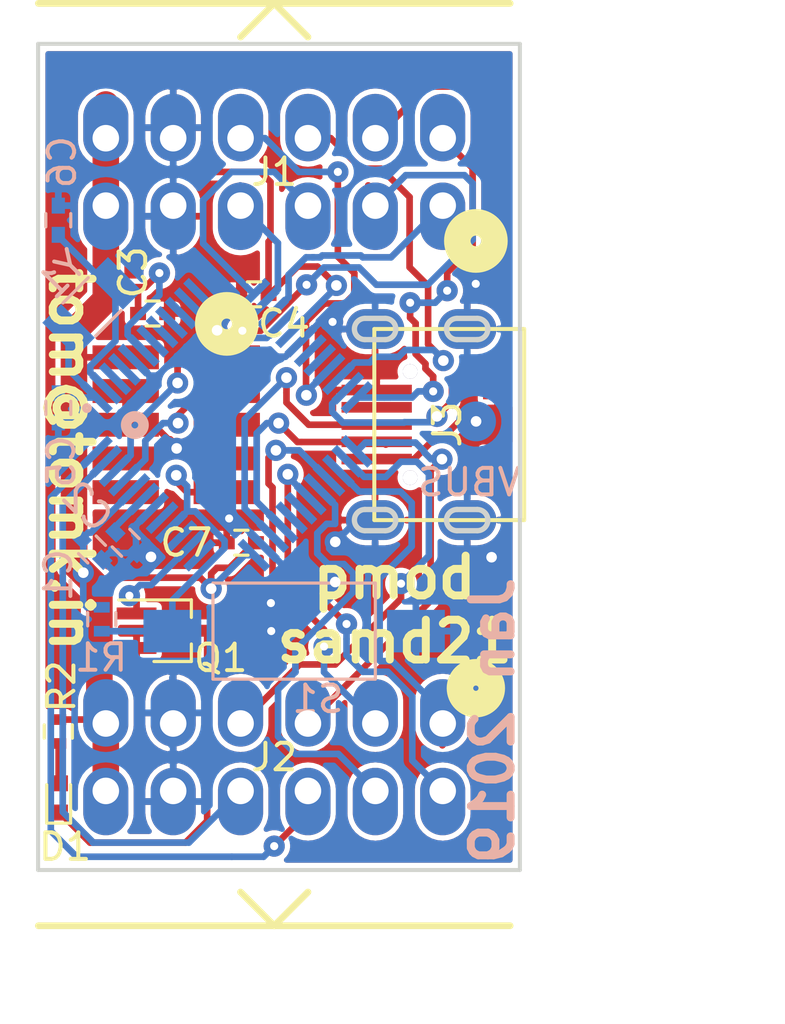
<source format=kicad_pcb>
(kicad_pcb (version 20171130) (host pcbnew 5.1.4)
  (layers (0 F.Cu signal) (31 B.Cu signal) (34 B.Paste user hide) (35 F.Paste user hide) (36 B.SilkS user) (37 F.SilkS user hide) (38 B.Mask user) (39 F.Mask user) (44 Edge.Cuts user))
  (net 0 "")
  (net 1 GND)
  (net 2 +3V3)
  (net 3 "Net-(C2-Pad1)")
  (net 4 "Net-(C5-Pad2)")
  (net 5 "Net-(C6-Pad1)")
  (net 6 /~RESET)
  (net 7 /SWCLK)
  (net 8 /SWDIO)
  (net 9 /BLUE_LED)
  (net 10 /USB_D+)
  (net 11 /USB_D-)
  (net 12 "Net-(D1-Pad1)")
  (net 13 "Net-(D1-Pad2)")
  (net 14 "Net-(J3-Pad1)")
  (net 15 /PA09+SER0_1+SCK)
  (net 16 /PA12+SER2_0+SDA)
  (net 17 /PA08+SER0_0+MISO)
  (net 18 /PA13+SER2_1+SCL)
  (net 19 /PA11+SER0_3+MOSI)
  (net 20 /PA14+SER2_2)
  (net 21 /PA10+SER0_2+SS)
  (net 22 /PA15+SER2_3)
  (net 23 /PB02+SER5_0+SDA)
  (net 24 /PA17+SER1_1+SCK)
  (net 25 /PB03+SER5_1+SCL)
  (net 26 /PA16+SER1_0+MISO)
  (net 27 /PA20+SER5_2)
  (net 28 /PA19+SER1_3+MOSI)
  (net 29 /PA21+SER5_3)
  (net 30 /PA18+SER1_2+SS)
  (net 31 "Net-(J3-Pad4)")
  (net 32 "Net-(J4-Pad9)")
  (net 33 "Net-(J4-Pad7)")
  (net 34 "Net-(J4-Pad8)")
  (net 35 "Net-(J4-Pad6)")
  (net 36 "Net-(U1-Pad3)")
  (net 37 "Net-(U1-Pad4)")
  (net 38 "Net-(U1-Pad7)")
  (net 39 "Net-(U1-Pad8)")
  (net 40 "Net-(U1-Pad9)")
  (net 41 "Net-(U1-Pad11)")
  (net 42 "Net-(U1-Pad12)")
  (net 43 "Net-(U1-Pad19)")
  (net 44 "Net-(U1-Pad20)")
  (net 45 "Net-(U1-Pad10)")
  (net 46 "Net-(U1-Pad31)")
  (net 47 "Net-(U1-Pad32)")
  (net 48 "Net-(U1-Pad37)")
  (net 49 "Net-(U1-Pad39)")
  (net 50 "Net-(U1-Pad41)")
  (module tom-connectors:PMOD_2X6_PTH_RA_SOCKET (layer F.Cu) (at 151.65 161.75)
    (fp_text reference J2 (at 0 0) (layer F.SilkS))
    (fp_text value PMOD-2x6-FEMALE hide)
    (pad 12 thru_hole oval (at -6.35 1.27 270) (size 2.54 1.7) (drill 1 (offset 0.4 0)) (layers *.Cu *.Mask) (net 2 +3V3))
    (pad 6 thru_hole oval (at -6.35 -1.27 270) (size 2.54 1.7) (drill 1 (offset -0.4 0)) (layers *.Cu *.Mask) (net 2 +3V3))
    (pad 11 thru_hole oval (at -3.81 1.27 270) (size 2.54 1.7) (drill 1 (offset 0.4 0)) (layers *.Cu *.Mask) (net 1 GND))
    (pad 5 thru_hole oval (at -3.81 -1.27 270) (size 2.54 1.7) (drill 1 (offset -0.4 0)) (layers *.Cu *.Mask) (net 1 GND))
    (pad 10 thru_hole oval (at -1.27 1.27 270) (size 2.54 1.7) (drill 1 (offset 0.4 0)) (layers *.Cu *.Mask) (net 23 /PB02+SER5_0+SDA))
    (pad 4 thru_hole oval (at -1.27 -1.27 270) (size 2.54 1.7) (drill 1 (offset -0.4 0)) (layers *.Cu *.Mask) (net 24 /PA17+SER1_1+SCK))
    (pad 9 thru_hole oval (at 1.27 1.27 270) (size 2.54 1.7) (drill 1 (offset 0.4 0)) (layers *.Cu *.Mask) (net 25 /PB03+SER5_1+SCL))
    (pad 3 thru_hole oval (at 1.27 -1.27 270) (size 2.54 1.7) (drill 1 (offset -0.4 0)) (layers *.Cu *.Mask) (net 26 /PA16+SER1_0+MISO))
    (pad 8 thru_hole oval (at 3.81 1.27 270) (size 2.54 1.7) (drill 1 (offset 0.4 0)) (layers *.Cu *.Mask) (net 27 /PA20+SER5_2))
    (pad 2 thru_hole oval (at 3.81 -1.27 270) (size 2.54 1.7) (drill 1 (offset -0.4 0)) (layers *.Cu *.Mask) (net 28 /PA19+SER1_3+MOSI))
    (pad 7 thru_hole oval (at 6.35 1.27 270) (size 2.54 1.7) (drill 1 (offset 0.4 0)) (layers *.Cu *.Mask) (net 29 /PA21+SER5_3))
    (pad 1 thru_hole oval (at 6.35 -1.27 270) (size 2.54 1.7) (drill 1 (offset -0.4 0)) (layers *.Cu *.Mask) (net 30 /PA18+SER1_2+SS))
  )
  (module tom-connectors:PMOD_2X6_PTH_RA_PLUG (layer F.Cu) (at 151.65 139.7 180)
    (fp_text reference J1 (at 0 0 180) (layer F.SilkS))
    (fp_text value PMOD-2x6-MALE hide)
    (pad 6 thru_hole oval (at 6.35 -1.27 90) (size 2.54 1.7) (drill 1 (offset -0.4 0)) (layers *.Cu *.Mask) (net 2 +3V3))
    (pad 12 thru_hole oval (at 6.35 1.27 90) (size 2.54 1.7) (drill 1 (offset 0.4 0)) (layers *.Cu *.Mask) (net 2 +3V3))
    (pad 5 thru_hole oval (at 3.81 -1.27 90) (size 2.54 1.7) (drill 1 (offset -0.4 0)) (layers *.Cu *.Mask) (net 1 GND))
    (pad 11 thru_hole oval (at 3.81 1.27 90) (size 2.54 1.7) (drill 1 (offset 0.4 0)) (layers *.Cu *.Mask) (net 1 GND))
    (pad 4 thru_hole oval (at 1.27 -1.27 90) (size 2.54 1.7) (drill 1 (offset -0.4 0)) (layers *.Cu *.Mask) (net 15 /PA09+SER0_1+SCK))
    (pad 10 thru_hole oval (at 1.27 1.27 90) (size 2.54 1.7) (drill 1 (offset 0.4 0)) (layers *.Cu *.Mask) (net 16 /PA12+SER2_0+SDA))
    (pad 3 thru_hole oval (at -1.27 -1.27 90) (size 2.54 1.7) (drill 1 (offset -0.4 0)) (layers *.Cu *.Mask) (net 17 /PA08+SER0_0+MISO))
    (pad 9 thru_hole oval (at -1.27 1.27 90) (size 2.54 1.7) (drill 1 (offset 0.4 0)) (layers *.Cu *.Mask) (net 18 /PA13+SER2_1+SCL))
    (pad 2 thru_hole oval (at -3.81 -1.27 90) (size 2.54 1.7) (drill 1 (offset -0.4 0)) (layers *.Cu *.Mask) (net 19 /PA11+SER0_3+MOSI))
    (pad 8 thru_hole oval (at -3.81 1.27 90) (size 2.54 1.7) (drill 1 (offset 0.4 0)) (layers *.Cu *.Mask) (net 20 /PA14+SER2_2))
    (pad 1 thru_hole oval (at -6.35 -1.27 90) (size 2.54 1.7) (drill 1 (offset -0.4 0)) (layers *.Cu *.Mask) (net 21 /PA10+SER0_2+SS))
    (pad 7 thru_hole oval (at -6.35 1.27 90) (size 2.54 1.7) (drill 1 (offset 0.4 0)) (layers *.Cu *.Mask) (net 22 /PA15+SER2_3))
  )
  (module tom-connectors:USB_MICRO_TAOBAO_SMD_PTH (layer F.Cu) (at 161.07156 149.21738 90)
    (fp_text reference J3 (at 0 -2.9 90) (layer F.SilkS))
    (fp_text value USB_B_Micro hide)
    (fp_line (start 4 -2.53) (end 4 -1.77) (layer Edge.Cuts) (width 0.2))
    (fp_arc (start 3.6 -6) (end 4 -6) (angle -180) (layer Edge.Cuts) (width 0.2))
    (fp_line (start 4 -6) (end 4 -5.24) (layer Edge.Cuts) (width 0.2))
    (fp_line (start 3.2 -6) (end 3.2 -5.24) (layer Edge.Cuts) (width 0.2))
    (fp_arc (start 3.6 -5.24) (end 4 -5.24) (angle 180) (layer Edge.Cuts) (width 0.2))
    (fp_arc (start 3.6 -2.53) (end 4 -2.53) (angle -180) (layer Edge.Cuts) (width 0.2))
    (fp_arc (start 3.6 -1.77) (end 4 -1.77) (angle 180) (layer Edge.Cuts) (width 0.2))
    (fp_line (start 3.2 -2.53) (end 3.2 -1.77) (layer Edge.Cuts) (width 0.2))
    (fp_arc (start -3.6 -2.53) (end -3.2 -2.53) (angle -180) (layer Edge.Cuts) (width 0.2))
    (fp_line (start -3.2 -2.53) (end -3.2 -1.77) (layer Edge.Cuts) (width 0.2))
    (fp_line (start -4 -2.53) (end -4 -1.77) (layer Edge.Cuts) (width 0.2))
    (fp_arc (start -3.6 -1.77) (end -3.2 -1.77) (angle 180) (layer Edge.Cuts) (width 0.2))
    (fp_line (start -4 -6) (end -4 -5.24) (layer Edge.Cuts) (width 0.2))
    (fp_line (start -3.2 -6) (end -3.2 -5.24) (layer Edge.Cuts) (width 0.2))
    (fp_arc (start -3.6 -5.24) (end -3.2 -5.24) (angle 180) (layer Edge.Cuts) (width 0.2))
    (fp_arc (start -3.6 -6) (end -3.2 -6) (angle -180) (layer Edge.Cuts) (width 0.2))
    (pad 6 smd rect (at -1.5 -1 90) (size 1.1 1.1) (layers F.Cu F.Paste F.Mask) (net 1 GND))
    (pad 6 smd rect (at 1.5 -1 90) (size 1.1 1.1) (layers F.Cu F.Paste F.Mask) (net 1 GND))
    (pad 3 smd rect (at 0 -5.56 90) (size 0.4 2.65) (layers F.Cu F.Paste F.Mask) (net 10 /USB_D+))
    (pad LOCATE thru_hole circle (at -2 -4.3 90) (size 0.55 0.55) (drill 0.55) (layers *.Cu *.Mask))
    (pad LOCATE thru_hole circle (at 2 -4.3 90) (size 0.55 0.55) (drill 0.55) (layers *.Cu *.Mask))
    (pad 2 smd rect (at -0.65 -5.56 90) (size 0.4 2.65) (layers F.Cu F.Paste F.Mask) (net 11 /USB_D-))
    (pad 1 smd rect (at -1.3 -5.56 90) (size 0.4 2.65) (layers F.Cu F.Paste F.Mask) (net 14 "Net-(J3-Pad1)"))
    (pad 4 smd rect (at 0.65 -5.56 90) (size 0.4 2.65) (layers F.Cu F.Paste F.Mask) (net 31 "Net-(J3-Pad4)"))
    (pad 5 smd rect (at 1.3 -5.56 90) (size 0.4 2.65) (layers F.Cu F.Paste F.Mask) (net 1 GND))
    (pad 6 smd oval (at -3.6 -2.15 90) (size 1.5 2.2) (layers F.Cu F.Mask) (net 1 GND))
    (pad 6 smd oval (at 3.6 -2.15 90) (size 1.5 2.2) (layers F.Cu F.Mask) (net 1 GND))
    (pad 6 smd oval (at 3.6 -5.62 90) (size 1.5 2.2) (layers F.Cu F.Mask) (net 1 GND))
    (pad 6 smd oval (at -3.6 -5.62 90) (size 1.5 2.2) (layers F.Cu F.Mask) (net 1 GND))
    (pad 6 smd oval (at -3.6 -5.62 90) (size 1.5 2.2) (layers B.Cu B.Mask) (net 1 GND))
    (pad 6 smd oval (at -3.6 -2.15 90) (size 1.5 2.2) (layers B.Cu B.Mask) (net 1 GND))
    (pad 6 smd oval (at 3.6 -5.62 90) (size 1.5 2.2) (layers B.Cu B.Mask) (net 1 GND))
    (pad 6 smd oval (at 3.6 -2.15 90) (size 1.5 2.2) (layers B.Cu B.Mask) (net 1 GND))
  )
  (module tom-connectors:CONN_1.27_2x5 (layer F.Cu) (at 147.955 149.225 270)
    (fp_text reference J4 hide)
    (fp_text value CORTEX_DEBUGPTH hide)
    (pad 9 smd rect (at 2.54 1.905 270) (size 0.9 2.5) (layers F.Cu F.Paste F.Mask) (net 32 "Net-(J4-Pad9)"))
    (pad 10 smd rect (at 2.54 -1.905 270) (size 0.9 2.5) (layers F.Cu F.Paste F.Mask) (net 6 /~RESET))
    (pad 7 smd rect (at 1.27 1.905 270) (size 0.9 2.5) (layers F.Cu F.Paste F.Mask) (net 33 "Net-(J4-Pad7)"))
    (pad 8 smd rect (at 1.27 -1.905 270) (size 0.9 2.5) (layers F.Cu F.Paste F.Mask) (net 34 "Net-(J4-Pad8)"))
    (pad 5 smd rect (at 0 1.905 270) (size 0.9 2.5) (layers F.Cu F.Paste F.Mask) (net 1 GND))
    (pad 6 smd rect (at 0 -1.905 270) (size 0.9 2.5) (layers F.Cu F.Paste F.Mask) (net 35 "Net-(J4-Pad6)"))
    (pad 3 smd rect (at -1.27 1.905 270) (size 0.9 2.5) (layers F.Cu F.Paste F.Mask) (net 1 GND))
    (pad 4 smd rect (at -1.27 -1.905 270) (size 0.9 2.5) (layers F.Cu F.Paste F.Mask) (net 7 /SWCLK))
    (pad 1 smd rect (at -2.54 1.905 270) (size 0.9 2.5) (layers F.Cu F.Paste F.Mask) (net 2 +3V3))
    (pad 2 smd rect (at -2.54 -1.905 270) (size 0.9 2.5) (layers F.Cu F.Paste F.Mask) (net 8 /SWDIO))
  )
  (module tom-semiconductors:QFP50P900X900X120-48N (layer B.Cu) (at 149.86 149.225 315)
    (fp_text reference U1 hide)
    (fp_text value ATSAMD21G-A hide)
    (pad 1 smd rect (at -4.2 2.75 135) (size 1.45 0.3) (layers B.Cu B.Paste B.Mask) (net 4 "Net-(C5-Pad2)"))
    (pad 2 smd rect (at -4.2 2.25 135) (size 1.45 0.3) (layers B.Cu B.Paste B.Mask) (net 5 "Net-(C6-Pad1)"))
    (pad 3 smd rect (at -4.2 1.749999 135) (size 1.45 0.3) (layers B.Cu B.Paste B.Mask) (net 36 "Net-(U1-Pad3)"))
    (pad 4 smd rect (at -4.2 1.25 135) (size 1.45 0.3) (layers B.Cu B.Paste B.Mask) (net 37 "Net-(U1-Pad4)"))
    (pad 5 smd rect (at -4.2 0.750001 135) (size 1.45 0.3) (layers B.Cu B.Paste B.Mask) (net 1 GND))
    (pad 6 smd rect (at -4.2 0.25 135) (size 1.45 0.3) (layers B.Cu B.Paste B.Mask) (net 2 +3V3))
    (pad 7 smd rect (at -4.2 -0.25 135) (size 1.45 0.3) (layers B.Cu B.Paste B.Mask) (net 38 "Net-(U1-Pad7)"))
    (pad 8 smd rect (at -4.2 -0.750001 135) (size 1.45 0.3) (layers B.Cu B.Paste B.Mask) (net 39 "Net-(U1-Pad8)"))
    (pad 9 smd rect (at -4.2 -1.25 135) (size 1.45 0.3) (layers B.Cu B.Paste B.Mask) (net 40 "Net-(U1-Pad9)"))
    (pad 11 smd rect (at -4.2 -2.25 135) (size 1.45 0.3) (layers B.Cu B.Paste B.Mask) (net 41 "Net-(U1-Pad11)"))
    (pad 12 smd rect (at -4.2 -2.75 135) (size 1.45 0.3) (layers B.Cu B.Paste B.Mask) (net 42 "Net-(U1-Pad12)"))
    (pad 13 smd rect (at -2.75 -4.2 45) (size 1.45 0.3) (layers B.Cu B.Paste B.Mask) (net 17 /PA08+SER0_0+MISO))
    (pad 14 smd rect (at -2.25 -4.2 45) (size 1.45 0.3) (layers B.Cu B.Paste B.Mask) (net 15 /PA09+SER0_1+SCK))
    (pad 15 smd rect (at -1.749999 -4.2 45) (size 1.45 0.3) (layers B.Cu B.Paste B.Mask) (net 21 /PA10+SER0_2+SS))
    (pad 16 smd rect (at -1.25 -4.2 45) (size 1.45 0.3) (layers B.Cu B.Paste B.Mask) (net 19 /PA11+SER0_3+MOSI))
    (pad 17 smd rect (at -0.750001 -4.2 225) (size 1.45 0.3) (layers B.Cu B.Paste B.Mask) (net 2 +3V3))
    (pad 18 smd rect (at -0.25 -4.2 45) (size 1.45 0.3) (layers B.Cu B.Paste B.Mask) (net 1 GND))
    (pad 19 smd rect (at 0.25 -4.2 225) (size 1.45 0.3) (layers B.Cu B.Paste B.Mask) (net 43 "Net-(U1-Pad19)"))
    (pad 20 smd rect (at 0.750001 -4.2 225) (size 1.45 0.3) (layers B.Cu B.Paste B.Mask) (net 44 "Net-(U1-Pad20)"))
    (pad 21 smd rect (at 1.25 -4.2 225) (size 1.45 0.3) (layers B.Cu B.Paste B.Mask) (net 16 /PA12+SER2_0+SDA))
    (pad 22 smd rect (at 1.749999 -4.2 225) (size 1.45 0.3) (layers B.Cu B.Paste B.Mask) (net 18 /PA13+SER2_1+SCL))
    (pad 23 smd rect (at 2.25 -4.2 225) (size 1.45 0.3) (layers B.Cu B.Paste B.Mask) (net 20 /PA14+SER2_2))
    (pad 24 smd rect (at 2.75 -4.2 225) (size 1.45 0.3) (layers B.Cu B.Paste B.Mask) (net 22 /PA15+SER2_3))
    (pad 10 smd rect (at -4.2 -1.749999 135) (size 1.45 0.3) (layers B.Cu B.Paste B.Mask) (net 45 "Net-(U1-Pad10)"))
    (pad 25 smd rect (at 4.17 -2.75 315) (size 1.45 0.3) (layers B.Cu B.Paste B.Mask) (net 26 /PA16+SER1_0+MISO))
    (pad 26 smd rect (at 4.2 -2.25 315) (size 1.45 0.3) (layers B.Cu B.Paste B.Mask) (net 24 /PA17+SER1_1+SCK))
    (pad 27 smd rect (at 4.2 -1.749999 315) (size 1.45 0.3) (layers B.Cu B.Paste B.Mask) (net 30 /PA18+SER1_2+SS))
    (pad 28 smd rect (at 4.2 -1.25 315) (size 1.45 0.3) (layers B.Cu B.Paste B.Mask) (net 28 /PA19+SER1_3+MOSI))
    (pad 29 smd rect (at 4.2 -0.750001 315) (size 1.45 0.3) (layers B.Cu B.Paste B.Mask) (net 27 /PA20+SER5_2))
    (pad 30 smd rect (at 4.2 -0.25 315) (size 1.45 0.3) (layers B.Cu B.Paste B.Mask) (net 29 /PA21+SER5_3))
    (pad 31 smd rect (at 4.2 0.25 315) (size 1.45 0.3) (layers B.Cu B.Paste B.Mask) (net 46 "Net-(U1-Pad31)"))
    (pad 32 smd rect (at 4.2 0.750001 315) (size 1.45 0.3) (layers B.Cu B.Paste B.Mask) (net 47 "Net-(U1-Pad32)"))
    (pad 33 smd rect (at 4.2 1.25 315) (size 1.45 0.3) (layers B.Cu B.Paste B.Mask) (net 11 /USB_D-))
    (pad 35 smd rect (at 4.2 2.25 315) (size 1.45 0.3) (layers B.Cu B.Paste B.Mask) (net 1 GND))
    (pad 36 smd rect (at 4.2 2.75 315) (size 1.45 0.3) (layers B.Cu B.Paste B.Mask) (net 2 +3V3))
    (pad 34 smd rect (at 4.2 1.749999 315) (size 1.45 0.3) (layers B.Cu B.Paste B.Mask) (net 10 /USB_D+))
    (pad 37 smd rect (at 2.75 4.2 225) (size 1.45 0.3) (layers B.Cu B.Paste B.Mask) (net 48 "Net-(U1-Pad37)"))
    (pad 38 smd rect (at 2.25 4.2 225) (size 1.45 0.3) (layers B.Cu B.Paste B.Mask) (net 9 /BLUE_LED))
    (pad 39 smd rect (at 1.749999 4.2 225) (size 1.45 0.3) (layers B.Cu B.Paste B.Mask) (net 49 "Net-(U1-Pad39)"))
    (pad 40 smd rect (at 1.25 4.2 225) (size 1.45 0.3) (layers B.Cu B.Paste B.Mask) (net 6 /~RESET))
    (pad 41 smd rect (at 0.750001 4.2 225) (size 1.45 0.3) (layers B.Cu B.Paste B.Mask) (net 50 "Net-(U1-Pad41)"))
    (pad 42 smd rect (at 0.25 4.2 225) (size 1.45 0.3) (layers B.Cu B.Paste B.Mask) (net 1 GND))
    (pad 43 smd rect (at -0.25 4.2 45) (size 1.45 0.3) (layers B.Cu B.Paste B.Mask) (net 3 "Net-(C2-Pad1)"))
    (pad 44 smd rect (at -0.750001 4.2 45) (size 1.45 0.3) (layers B.Cu B.Paste B.Mask) (net 2 +3V3))
    (pad 45 smd rect (at -1.25 4.2 45) (size 1.45 0.3) (layers B.Cu B.Paste B.Mask) (net 7 /SWCLK))
    (pad 46 smd rect (at -1.749999 4.2 45) (size 1.45 0.3) (layers B.Cu B.Paste B.Mask) (net 8 /SWDIO))
    (pad 47 smd rect (at -2.25 4.2 45) (size 1.45 0.3) (layers B.Cu B.Paste B.Mask) (net 23 /PB02+SER5_0+SDA))
    (pad 48 smd rect (at -2.75 4.2 45) (size 1.45 0.3) (layers B.Cu B.Paste B.Mask) (net 25 /PB03+SER5_1+SCL))
  )
  (module Crystals:Crystal_SMD_3215-2pin_3.2x1.5mm (layer B.Cu) (at 144.78 144.78 45)
    (fp_text reference Y1 (at 0.053882 -1.670328 225) (layer B.SilkS) (effects (justify mirror)))
    (fp_text value 32.768kHz hide)
    (pad 1 smd rect (at 1.249999 0 45) (size 1 1.8) (layers B.Cu B.Paste B.Mask) (net 5 "Net-(C6-Pad1)"))
    (pad 2 smd rect (at -1.249999 0 45) (size 1 1.8) (layers B.Cu B.Paste B.Mask) (net 4 "Net-(C5-Pad2)"))
  )
  (module Capacitors_SMD:C_0402 (layer B.Cu) (at 144.78 153.924 315)
    (fp_text reference C1 (at -0.215526 1.580525 90) (layer B.SilkS) (effects (justify mirror)))
    (fp_text value 0.1uF hide)
    (pad 1 smd rect (at -0.55 0 315) (size 0.6 0.5) (layers B.Cu B.Paste B.Mask) (net 2 +3V3))
    (pad 2 smd rect (at 0.55 0 315) (size 0.6 0.5) (layers B.Cu B.Paste B.Mask) (net 1 GND))
  )
  (module Capacitors_SMD:C_0402 (layer B.Cu) (at 146.05 153.67 315)
    (fp_text reference C2 (at -1.984637 0.062862 135) (layer B.SilkS) (effects (justify mirror)))
    (fp_text value 0.1uF hide)
    (pad 1 smd rect (at -0.55 0 315) (size 0.6 0.5) (layers B.Cu B.Paste B.Mask) (net 3 "Net-(C2-Pad1)"))
    (pad 2 smd rect (at 0.55 0 315) (size 0.6 0.5) (layers B.Cu B.Paste B.Mask) (net 1 GND))
  )
  (module Capacitors_SMD:C_0402 (layer F.Cu) (at 147.066 145.034)
    (fp_text reference C3 (at -0.7366 -1.5494 90) (layer F.SilkS))
    (fp_text value 0.1uF hide)
    (pad 1 smd rect (at -0.55 0) (size 0.6 0.5) (layers F.Cu F.Paste F.Mask) (net 2 +3V3))
    (pad 2 smd rect (at 0.55 0) (size 0.6 0.5) (layers F.Cu F.Paste F.Mask) (net 1 GND))
  )
  (module Capacitors_SMD:C_0402 (layer F.Cu) (at 150.885305 144.310608 180)
    (fp_text reference C4 (at -1.133695 -1.104392 180) (layer F.SilkS))
    (fp_text value 0.1uF hide)
    (pad 1 smd rect (at -0.55 0 180) (size 0.6 0.5) (layers F.Cu F.Paste F.Mask) (net 2 +3V3))
    (pad 2 smd rect (at 0.55 0 180) (size 0.6 0.5) (layers F.Cu F.Paste F.Mask) (net 1 GND))
  )
  (module Capacitors_SMD:C_0402 (layer B.Cu) (at 143.51 148.59 90)
    (fp_text reference C5 (at -2.0193 0.1143 270) (layer B.SilkS) (effects (justify mirror)))
    (fp_text value 6pF hide)
    (pad 1 smd rect (at -0.55 0 90) (size 0.6 0.5) (layers B.Cu B.Paste B.Mask) (net 1 GND))
    (pad 2 smd rect (at 0.55 0 90) (size 0.6 0.5) (layers B.Cu B.Paste B.Mask) (net 4 "Net-(C5-Pad2)"))
  )
  (module Capacitors_SMD:C_0402 (layer B.Cu) (at 143.51 141.52 90)
    (fp_text reference C6 (at 2.1883 0.1397 90) (layer B.SilkS) (effects (justify mirror)))
    (fp_text value 6pF hide)
    (pad 1 smd rect (at -0.55 0 90) (size 0.6 0.5) (layers B.Cu B.Paste B.Mask) (net 5 "Net-(C6-Pad1)"))
    (pad 2 smd rect (at 0.55 0 90) (size 0.6 0.5) (layers B.Cu B.Paste B.Mask) (net 1 GND))
  )
  (module Capacitors_SMD:C_0402 (layer F.Cu) (at 150.41 153.67 180)
    (fp_text reference C7 (at 2.074 0 180) (layer F.SilkS))
    (fp_text value 1uF hide)
    (pad 1 smd rect (at -0.55 0 180) (size 0.6 0.5) (layers F.Cu F.Paste F.Mask) (net 2 +3V3))
    (pad 2 smd rect (at 0.55 0 180) (size 0.6 0.5) (layers F.Cu F.Paste F.Mask) (net 1 GND))
  )
  (module TO_SOT_Packages_SMD:SOT-323_SC-70_Handsoldering (layer F.Cu) (at 147.7899 156.9847)
    (fp_text reference Q1 (at 1.8415 1.0287) (layer F.SilkS))
    (fp_text value 2N7002PW hide)
    (pad 1 smd rect (at -1.33 -0.65 270) (size 0.45 1.5) (layers F.Cu F.Paste F.Mask) (net 9 /BLUE_LED))
    (pad 2 smd rect (at -1.33 0.65 270) (size 0.45 1.5) (layers F.Cu F.Paste F.Mask) (net 1 GND))
    (pad 3 smd rect (at 1.33 0 270) (size 0.45 1.5) (layers F.Cu F.Paste F.Mask) (net 12 "Net-(D1-Pad1)"))
  )
  (module Resistors_SMD:R_0402 (layer B.Cu) (at 145.1483 156.5529 90)
    (fp_text reference R1 (at -1.4478 -0.0254 180) (layer B.SilkS) (effects (justify mirror)))
    (fp_text value 10K hide)
    (pad 1 smd rect (at -0.45 0 90) (size 0.4 0.6) (layers B.Cu B.Paste B.Mask) (net 6 /~RESET))
    (pad 2 smd rect (at 0.45 0 90) (size 0.4 0.6) (layers B.Cu B.Paste B.Mask) (net 2 +3V3))
  )
  (module Resistors_SMD:R_0402 (layer F.Cu) (at 143.51 160.782 90)
    (fp_text reference R2 (at 1.7018 0.1143 90) (layer F.SilkS))
    (fp_text value 330 hide)
    (pad 1 smd rect (at -0.45 0 90) (size 0.4 0.6) (layers F.Cu F.Paste F.Mask) (net 13 "Net-(D1-Pad2)"))
    (pad 2 smd rect (at 0.45 0 90) (size 0.4 0.6) (layers F.Cu F.Paste F.Mask) (net 2 +3V3))
  )
  (module LEDs:LED_0402 (layer F.Cu) (at 143.5227 163.2839 90)
    (fp_text reference D1 (at -1.8415 0.2413 180) (layer F.SilkS))
    (fp_text value LED hide)
    (pad 2 smd rect (at 0.55 0 270) (size 0.6 0.7) (layers F.Cu F.Paste F.Mask) (net 13 "Net-(D1-Pad2)"))
    (pad 1 smd rect (at -0.55 0 270) (size 0.6 0.7) (layers F.Cu F.Paste F.Mask) (net 12 "Net-(D1-Pad1)"))
  )
  (module tom-mechanical:SW_SPST_SMD_2PIN_3.5x6.0 (layer B.Cu) (at 152.4 157)
    (fp_text reference S1 (at 0.89662 2.55778) (layer B.SilkS) (effects (justify mirror)))
    (fp_text value SWITCH-MOMENTARY-2SMD hide)
    (pad 1 smd rect (at -4.59 0) (size 2.18 1.6) (layers B.Cu B.Paste B.Mask) (net 6 /~RESET))
    (pad 2 smd rect (at 4.59 0) (size 2.18 1.6) (layers B.Cu B.Paste B.Mask) (net 1 GND))
  )
  (module Measurement_Points:Measurement_Point_Round-SMD-Pad_Small (layer B.Cu) (at 159.258 149.098)
    (fp_text reference TP1 hide)
    (fp_text value VBUS (at -0.254 2.29616) (layer B.SilkS) (effects (justify mirror)))
    (pad 1 smd circle (at 0 0) (size 1.5 1.5) (layers B.Cu B.Mask) (net 14 "Net-(J3-Pad1)"))
  )
  (gr_line (start 142.748 134.874) (end 142.748 166) (layer Edge.Cuts) (width 0.15))
  (gr_text "Jan 2019" (at 159.8803 160.3756 90) (layer B.SilkS) (effects (font (size 1.5 1.5) (thickness 0.3)) (justify mirror)))
  (gr_text "pmod\nsamd21" (at 156.1846 156.1846) (layer F.SilkS) (effects (font (size 1.5 1.5) (thickness 0.3))))
  (gr_text tom@tomk.in (at 143.9799 150.5458 270) (layer F.SilkS) (effects (font (size 1.5 1.5) (thickness 0.3))))
  (gr_line (start 160.909 134.874) (end 142.748 134.874) (layer Edge.Cuts) (width 0.15))
  (gr_line (start 160.909 166) (end 160.909 134.874) (layer Edge.Cuts) (width 0.15))
  (gr_line (start 142.748 166) (end 160.909 166) (layer Edge.Cuts) (width 0.15))
  (via (at 159.8422 154.2161) (size 0.8) (drill 0.4) (layers F.Cu B.Cu) (net 1))
  (segment (start 149.86 152.908) (end 149.86 152.908) (width 0.25) (layer F.Cu) (net 1))
  (segment (start 149.86 152.908) (end 148.59 152.908) (width 0.25) (layer F.Cu) (net 1))
  (segment (start 148.59 152.908) (end 147.955 153.543) (width 0.25) (layer F.Cu) (net 1))
  (segment (start 145.422909 154.058909) (end 145.168909 154.312909) (width 0.25) (layer B.Cu) (net 1))
  (segment (start 146.438909 154.058909) (end 145.422909 154.058909) (width 0.25) (layer B.Cu) (net 1))
  (segment (start 146.438909 152.999644) (end 146.438909 154.058909) (width 0.25) (layer B.Cu) (net 1))
  (segment (start 147.066928 152.371625) (end 146.438909 152.999644) (width 0.25) (layer B.Cu) (net 1))
  (via (at 147.0025 154.2034) (size 0.8) (drill 0.4) (layers F.Cu B.Cu) (net 1))
  (segment (start 146.685 154.305) (end 146.438909 154.058909) (width 0.25) (layer B.Cu) (net 1))
  (segment (start 147.066 154.305) (end 146.685 154.305) (width 0.25) (layer B.Cu) (net 1))
  (segment (start 146.949996 147.375657) (end 146.949996 147.817004) (width 0.25) (layer B.Cu) (net 1))
  (segment (start 146.359821 146.785482) (end 146.949996 147.375657) (width 0.25) (layer B.Cu) (net 1))
  (segment (start 145.623577 149.143423) (end 144.995423 149.143423) (width 0.25) (layer B.Cu) (net 1))
  (segment (start 146.949996 147.817004) (end 145.623577 149.143423) (width 0.25) (layer B.Cu) (net 1))
  (via (at 147.97024 150.11654) (size 0.8) (drill 0.4) (layers F.Cu B.Cu) (net 1))
  (segment (start 149.86 152.908) (end 149.86 151.892) (width 0.25) (layer B.Cu) (net 1))
  (segment (start 149.86 151.892) (end 148.082 150.114) (width 0.25) (layer B.Cu) (net 1))
  (segment (start 146.949995 147.375656) (end 147.254587 147.375656) (width 0.25) (layer B.Cu) (net 1))
  (segment (start 146.359821 146.785482) (end 146.949995 147.375656) (width 0.25) (layer B.Cu) (net 1))
  (segment (start 147.254587 147.375656) (end 147.844761 146.785482) (width 0.25) (layer B.Cu) (net 1))
  (segment (start 147.844761 146.785482) (end 148.596284 146.785482) (width 0.25) (layer B.Cu) (net 1))
  (segment (start 148.596284 146.785482) (end 149.835117 148.024315) (width 0.25) (layer B.Cu) (net 1))
  (segment (start 149.835117 148.024315) (end 149.835117 148.59) (width 0.25) (layer B.Cu) (net 1))
  (segment (start 147.653659 149.776341) (end 147.726341 149.776341) (width 0.25) (layer F.Cu) (net 1))
  (segment (start 147.102318 149.225) (end 147.653659 149.776341) (width 0.25) (layer F.Cu) (net 1))
  (segment (start 146.05 149.225) (end 147.102318 149.225) (width 0.25) (layer F.Cu) (net 1))
  (segment (start 147.726341 149.776341) (end 148.075 150.125) (width 0.25) (layer F.Cu) (net 1))
  (segment (start 146.05 147.955) (end 146.05 149.225) (width 0.25) (layer F.Cu) (net 1))
  (via (at 153.9494 153.63698) (size 0.8) (drill 0.4) (layers F.Cu B.Cu) (net 1))
  (segment (start 147.81 161.25) (end 147.77 161.29) (width 0.25) (layer B.Cu) (net 1))
  (segment (start 147.81 158.75) (end 147.81 161.25) (width 0.25) (layer B.Cu) (net 1))
  (via (at 151.5237 155.9433) (size 0.8) (drill 0.3048) (layers F.Cu B.Cu) (net 1))
  (via (at 151.5364 156.9974) (size 0.8) (drill 0.3048) (layers F.Cu B.Cu) (net 1))
  (segment (start 149.86 152.908) (end 149.86 153.67) (width 0.25) (layer F.Cu) (net 1))
  (via (at 149.9489 152.7556) (size 0.75) (drill 0.3048) (layers F.Cu B.Cu) (net 1))
  (segment (start 158.92156 146.61738) (end 160.3883 148.08412) (width 0.25) (layer B.Cu) (net 1))
  (segment (start 158.92156 145.61738) (end 158.92156 146.61738) (width 0.25) (layer B.Cu) (net 1))
  (segment (start 158.92156 151.81738) (end 158.92156 152.81738) (width 0.25) (layer B.Cu) (net 1))
  (segment (start 160.3883 150.35064) (end 158.92156 151.81738) (width 0.25) (layer B.Cu) (net 1))
  (segment (start 160.3883 148.08412) (end 160.3883 150.35064) (width 0.25) (layer B.Cu) (net 1))
  (segment (start 155.45156 152.81738) (end 154.77662 152.81738) (width 0.25) (layer B.Cu) (net 1))
  (segment (start 154.77662 152.81738) (end 153.9494 153.6446) (width 0.25) (layer B.Cu) (net 1))
  (segment (start 154.10156 145.61738) (end 153.8605 145.37632) (width 0.25) (layer B.Cu) (net 1))
  (segment (start 155.45156 145.61738) (end 154.10156 145.61738) (width 0.25) (layer B.Cu) (net 1))
  (segment (start 153.8605 145.37632) (end 153.8605 145.0594) (width 0.25) (layer B.Cu) (net 1))
  (segment (start 154.10156 145.61738) (end 153.8732 145.38902) (width 0.25) (layer F.Cu) (net 1))
  (segment (start 155.45156 145.61738) (end 154.10156 145.61738) (width 0.25) (layer F.Cu) (net 1))
  (segment (start 153.8732 145.38902) (end 153.8732 145.0594) (width 0.25) (layer F.Cu) (net 1))
  (segment (start 154.10156 152.81738) (end 153.9621 152.95684) (width 0.25) (layer F.Cu) (net 1))
  (segment (start 155.45156 152.81738) (end 154.10156 152.81738) (width 0.25) (layer F.Cu) (net 1))
  (segment (start 153.9621 152.95684) (end 153.9621 153.6319) (width 0.25) (layer F.Cu) (net 1))
  (segment (start 158.92156 154.85756) (end 159.4993 155.4353) (width 0.25) (layer F.Cu) (net 1))
  (segment (start 158.92156 152.81738) (end 158.92156 154.85756) (width 0.25) (layer F.Cu) (net 1))
  (segment (start 159.4993 155.4353) (end 159.5247 155.4353) (width 0.25) (layer F.Cu) (net 1))
  (via (at 159.2453 143.9164) (size 0.8) (drill 0.3048) (layers F.Cu B.Cu) (net 1))
  (segment (start 158.92156 145.61738) (end 158.92156 144.22744) (width 0.25) (layer F.Cu) (net 1))
  (segment (start 158.92156 144.22744) (end 159.2326 143.9164) (width 0.25) (layer F.Cu) (net 1))
  (segment (start 149.924545 146.661737) (end 149.495712 146.232904) (width 0.25) (layer B.Cu) (net 1))
  (segment (start 149.495712 146.232904) (end 149.495712 145.667219) (width 0.25) (layer B.Cu) (net 1))
  (segment (start 152.06971 146.661737) (end 149.924545 146.661737) (width 0.25) (layer B.Cu) (net 1))
  (segment (start 152.653072 146.078375) (end 152.06971 146.661737) (width 0.25) (layer B.Cu) (net 1))
  (via (at 149.495712 145.667219) (size 0.8) (drill 0.4) (layers F.Cu B.Cu) (net 1))
  (via (at 153.948 155.15) (size 0.8) (drill 0.4) (layers F.Cu B.Cu) (net 1))
  (via (at 153.848 145.35) (size 0.8) (drill 0.3048) (layers F.Cu B.Cu) (net 1))
  (segment (start 144.736735 153.287604) (end 146.359821 151.664518) (width 0.25) (layer B.Cu) (net 2))
  (segment (start 144.638578 153.287604) (end 144.736735 153.287604) (width 0.25) (layer B.Cu) (net 2))
  (segment (start 144.391091 153.535091) (end 144.638578 153.287604) (width 0.25) (layer B.Cu) (net 2))
  (segment (start 149.271998 154.833491) (end 149.271998 155.399176) (width 0.25) (layer F.Cu) (net 2))
  (segment (start 150.96 153.67) (end 150.91 153.67) (width 0.25) (layer F.Cu) (net 2))
  (segment (start 150.531782 154.139392) (end 149.271998 155.399176) (width 0.25) (layer B.Cu) (net 2))
  (segment (start 150.885305 154.139392) (end 150.531782 154.139392) (width 0.25) (layer B.Cu) (net 2))
  (segment (start 149.49049 154.614999) (end 149.271998 154.833491) (width 0.25) (layer F.Cu) (net 2))
  (segment (start 149.965001 154.614999) (end 149.49049 154.614999) (width 0.25) (layer F.Cu) (net 2))
  (segment (start 150.91 153.67) (end 149.965001 154.614999) (width 0.25) (layer F.Cu) (net 2))
  (via (at 149.271998 155.399176) (size 0.8) (drill 0.4) (layers F.Cu B.Cu) (net 2))
  (segment (start 145.242 161.232) (end 145.3 161.29) (width 0.25) (layer F.Cu) (net 2))
  (segment (start 144.099999 145.710001) (end 144.099999 152.739999) (width 1) (layer F.Cu) (net 2))
  (segment (start 145.3 144.51) (end 144.099999 145.710001) (width 1) (layer F.Cu) (net 2))
  (segment (start 145.3 142.24) (end 145.3 144.51) (width 1) (layer F.Cu) (net 2))
  (segment (start 145.3 144.51) (end 145.288 144.498) (width 0.25) (layer F.Cu) (net 2))
  (via (at 144.452067 154.798151) (size 0.8) (drill 0.4) (layers F.Cu B.Cu) (net 2))
  (segment (start 144.272 154.686) (end 144.384151 154.798151) (width 0.25) (layer F.Cu) (net 2))
  (segment (start 144.384151 154.798151) (end 144.452067 154.798151) (width 0.25) (layer F.Cu) (net 2))
  (segment (start 144.452067 153.596067) (end 144.391091 153.535091) (width 0.25) (layer B.Cu) (net 2))
  (segment (start 144.452067 154.798151) (end 144.452067 153.596067) (width 0.25) (layer B.Cu) (net 2))
  (segment (start 146.516 145.034) (end 146.516 144.19632) (width 0.25) (layer F.Cu) (net 2))
  (segment (start 145.288 144.018) (end 145.311155 144.041155) (width 0.25) (layer F.Cu) (net 2))
  (segment (start 146.1232 145.537163) (end 146.671165 144.989198) (width 0.25) (layer B.Cu) (net 2))
  (segment (start 146.1232 145.841753) (end 146.1232 145.537163) (width 0.25) (layer B.Cu) (net 2))
  (segment (start 146.713375 146.431928) (end 146.1232 145.841753) (width 0.25) (layer B.Cu) (net 2))
  (segment (start 146.516 144.19632) (end 146.671165 144.041155) (width 0.25) (layer F.Cu) (net 2))
  (segment (start 145.311155 144.041155) (end 146.10548 144.041155) (width 0.25) (layer F.Cu) (net 2))
  (segment (start 146.10548 144.041155) (end 146.671165 144.041155) (width 0.25) (layer F.Cu) (net 2))
  (segment (start 145.3 139.2929) (end 145.3 137.16) (width 0.25) (layer F.Cu) (net 2))
  (segment (start 145.415 139.4079) (end 145.3 139.2929) (width 0.25) (layer F.Cu) (net 2))
  (segment (start 144.55 146.685) (end 144.1 146.235) (width 0.25) (layer F.Cu) (net 2))
  (segment (start 146.05 146.685) (end 144.55 146.685) (width 0.25) (layer F.Cu) (net 2))
  (segment (start 144.1 146.235) (end 144.1 145.725) (width 0.25) (layer F.Cu) (net 2))
  (segment (start 151.50741 142.256988) (end 151.50741 140.07741) (width 0.25) (layer F.Cu) (net 2))
  (segment (start 151.435305 144.310608) (end 151.435305 142.329093) (width 0.25) (layer F.Cu) (net 2))
  (segment (start 151.435305 142.329093) (end 151.50741 142.256988) (width 0.25) (layer F.Cu) (net 2))
  (segment (start 151.13 139.7) (end 145.3 139.7) (width 0.25) (layer F.Cu) (net 2))
  (segment (start 151.50741 140.07741) (end 151.13 139.7) (width 0.25) (layer F.Cu) (net 2))
  (segment (start 145.3 137.16) (end 145.3 139.7) (width 1) (layer F.Cu) (net 2))
  (segment (start 145.3 139.7) (end 145.3 142.24) (width 1) (layer F.Cu) (net 2))
  (via (at 147.32 143.51) (size 0.8) (drill 0.3048) (layers F.Cu B.Cu) (net 2))
  (segment (start 146.671165 144.989198) (end 147.32 144.340363) (width 0.25) (layer B.Cu) (net 2))
  (segment (start 147.32 144.340363) (end 147.32 143.51) (width 0.25) (layer B.Cu) (net 2))
  (segment (start 146.788845 144.041155) (end 146.671165 144.041155) (width 0.25) (layer F.Cu) (net 2))
  (segment (start 147.32 143.51) (end 146.788845 144.041155) (width 0.25) (layer F.Cu) (net 2))
  (segment (start 145.3 163.02) (end 145.3 160.48) (width 1) (layer F.Cu) (net 2))
  (segment (start 145.057499 160.237499) (end 145.057499 155.407999) (width 1) (layer F.Cu) (net 2))
  (segment (start 145.3 160.48) (end 145.057499 160.237499) (width 1) (layer F.Cu) (net 2))
  (segment (start 145.057499 155.407999) (end 144.4498 154.8003) (width 1) (layer F.Cu) (net 2))
  (segment (start 144.4498 154.8003) (end 144.1069 154.4574) (width 1) (layer F.Cu) (net 2))
  (segment (start 144.1069 154.4574) (end 144.1069 152.7429) (width 1) (layer F.Cu) (net 2))
  (segment (start 144.5983 156.1029) (end 144.4498 155.9544) (width 0.25) (layer B.Cu) (net 2))
  (segment (start 145.1483 156.1029) (end 144.5983 156.1029) (width 0.25) (layer B.Cu) (net 2))
  (segment (start 144.4498 155.9544) (end 144.4498 154.8003) (width 0.25) (layer B.Cu) (net 2))
  (segment (start 149.271998 155.399176) (end 148.85932 154.986498) (width 0.25) (layer F.Cu) (net 2))
  (segment (start 145.482802 154.986498) (end 145.0594 155.4099) (width 0.25) (layer F.Cu) (net 2))
  (segment (start 148.85932 154.986498) (end 145.482802 154.986498) (width 0.25) (layer F.Cu) (net 2))
  (segment (start 145.152 160.332) (end 145.3 160.48) (width 0.25) (layer F.Cu) (net 2))
  (segment (start 143.51 160.332) (end 145.152 160.332) (width 0.25) (layer F.Cu) (net 2))
  (segment (start 153.280408 143.266005) (end 153.591814 143.577411) (width 0.25) (layer F.Cu) (net 2))
  (segment (start 151.485305 144.310608) (end 152.529908 143.266005) (width 0.25) (layer F.Cu) (net 2))
  (segment (start 152.529908 143.266005) (end 153.280408 143.266005) (width 0.25) (layer F.Cu) (net 2))
  (segment (start 152.299518 145.724821) (end 153.991813 144.032526) (width 0.25) (layer B.Cu) (net 2))
  (segment (start 151.435305 144.310608) (end 151.485305 144.310608) (width 0.25) (layer F.Cu) (net 2))
  (segment (start 153.991813 144.032526) (end 153.991813 143.97741) (width 0.25) (layer B.Cu) (net 2))
  (segment (start 153.591814 143.577411) (end 153.991813 143.97741) (width 0.25) (layer F.Cu) (net 2))
  (via (at 153.991813 143.97741) (size 0.8) (drill 0.4) (layers F.Cu B.Cu) (net 2))
  (segment (start 145.661091 153.070356) (end 145.661091 153.281091) (width 0.25) (layer B.Cu) (net 3))
  (segment (start 146.713375 152.018072) (end 145.661091 153.070356) (width 0.25) (layer B.Cu) (net 3))
  (segment (start 143.669695 148.199695) (end 143.51 148.04) (width 0.25) (layer B.Cu) (net 4))
  (segment (start 144.945608 148.199695) (end 143.669695 148.199695) (width 0.25) (layer B.Cu) (net 4))
  (segment (start 143.896117 147.150204) (end 144.945608 148.199695) (width 0.25) (layer B.Cu) (net 4))
  (segment (start 143.896117 145.663883) (end 143.896117 147.150204) (width 0.25) (layer B.Cu) (net 4))
  (segment (start 145.663883 144.703223) (end 145.663883 143.896117) (width 0.25) (layer B.Cu) (net 5))
  (segment (start 145.663883 146.063796) (end 145.663883 144.703223) (width 0.25) (layer B.Cu) (net 5))
  (segment (start 144.715799 147.01188) (end 145.663883 146.063796) (width 0.25) (layer B.Cu) (net 5))
  (segment (start 144.715799 147.26278) (end 144.715799 147.01188) (width 0.25) (layer B.Cu) (net 5))
  (segment (start 145.299161 147.846142) (end 144.715799 147.26278) (width 0.25) (layer B.Cu) (net 5))
  (segment (start 145.286117 143.896117) (end 145.663883 143.896117) (width 0.25) (layer B.Cu) (net 5))
  (segment (start 143.51 142.12) (end 145.286117 143.896117) (width 0.25) (layer B.Cu) (net 5))
  (segment (start 143.51 142.07) (end 143.51 142.12) (width 0.25) (layer B.Cu) (net 5))
  (segment (start 158 137.16) (end 158 138.5704) (width 0.25) (layer F.Cu) (net 22))
  (segment (start 157.988 138.5824) (end 158.2674 138.8618) (width 0.25) (layer B.Cu) (net 22))
  (via (at 152.860601 148.113057) (size 0.8) (drill 0.4) (layers F.Cu B.Cu) (net 16))
  (segment (start 153.713732 147.139035) (end 152.860601 147.992166) (width 0.25) (layer B.Cu) (net 16))
  (segment (start 152.860601 147.992166) (end 152.860601 148.113057) (width 0.25) (layer B.Cu) (net 16))
  (segment (start 158 138.936554) (end 158 138.43) (width 0.25) (layer B.Cu) (net 22))
  (segment (start 158 142.24) (end 158 140.629076) (width 0.25) (layer F.Cu) (net 21))
  (segment (start 150.885305 144.310608) (end 148.96741 142.392713) (width 0.25) (layer B.Cu) (net 17))
  (segment (start 154.680568 146.879305) (end 155.252303 146.879305) (width 0.25) (layer B.Cu) (net 18))
  (segment (start 154.067285 147.492588) (end 154.680568 146.879305) (width 0.25) (layer B.Cu) (net 18))
  (segment (start 157.916599 146.985001) (end 157.988 146.9136) (width 0.25) (layer B.Cu) (net 18))
  (segment (start 158.03 146.775293) (end 158.03 146.79) (width 0.25) (layer F.Cu) (net 18))
  (segment (start 155.466629 146.664979) (end 156.334161 146.664979) (width 0.25) (layer B.Cu) (net 18))
  (segment (start 155.252303 146.879305) (end 155.466629 146.664979) (width 0.25) (layer B.Cu) (net 18))
  (segment (start 156.334161 146.664979) (end 156.591 146.40814) (width 0.25) (layer B.Cu) (net 18))
  (segment (start 156.591 146.40814) (end 157.66034 146.40814) (width 0.25) (layer B.Cu) (net 18))
  (segment (start 157.66034 146.40814) (end 158.02864 146.77644) (width 0.25) (layer B.Cu) (net 18))
  (via (at 158.02356 146.80946) (size 0.8) (drill 0.4) (layers F.Cu B.Cu) (net 18))
  (segment (start 155.46 137.16) (end 155.46 137.922) (width 0.25) (layer F.Cu) (net 20))
  (segment (start 155.46 140.476009) (end 155.191991 140.208) (width 0.25) (layer F.Cu) (net 19))
  (segment (start 153.830664 148.436317) (end 153.830664 148.740907) (width 0.25) (layer B.Cu) (net 20))
  (segment (start 154.420839 147.846142) (end 153.830664 148.436317) (width 0.25) (layer B.Cu) (net 20))
  (segment (start 154.23318 149.143423) (end 156.545337 149.143423) (width 0.25) (layer B.Cu) (net 20))
  (segment (start 153.830664 148.740907) (end 154.23318 149.143423) (width 0.25) (layer B.Cu) (net 20))
  (segment (start 157.77464 149.12848) (end 157.77464 149.12848) (width 0.25) (layer F.Cu) (net 20))
  (segment (start 156.545337 149.143423) (end 156.56028 149.12848) (width 0.25) (layer B.Cu) (net 20))
  (segment (start 156.56028 149.12848) (end 157.77718 149.12848) (width 0.25) (layer B.Cu) (net 20))
  (via (at 157.782442 148.909403) (size 0.8) (drill 0.4) (layers F.Cu B.Cu) (net 20))
  (segment (start 157.77464 148.917205) (end 157.782442 148.909403) (width 0.25) (layer F.Cu) (net 20))
  (segment (start 157.77972 149.13356) (end 157.77464 149.12848) (width 0.25) (layer F.Cu) (net 20))
  (segment (start 157.77464 149.12848) (end 157.77464 148.917205) (width 0.25) (layer F.Cu) (net 20))
  (segment (start 154.774392 148.199695) (end 155.797563 148.199695) (width 0.25) (layer B.Cu) (net 22))
  (segment (start 155.797563 148.199695) (end 156.028805 148.199695) (width 0.25) (layer B.Cu) (net 22))
  (via (at 157.64002 147.9677) (size 0.8) (drill 0.3048) (layers F.Cu B.Cu) (net 22))
  (segment (start 157.074335 147.9677) (end 156.843195 148.19884) (width 0.25) (layer B.Cu) (net 22))
  (segment (start 157.64002 147.9677) (end 157.074335 147.9677) (width 0.25) (layer B.Cu) (net 22))
  (segment (start 156.843195 148.19884) (end 156.02712 148.19884) (width 0.25) (layer B.Cu) (net 22))
  (segment (start 150.429092 138.43) (end 150.38 138.43) (width 0.25) (layer F.Cu) (net 16))
  (segment (start 150.368 142.228) (end 150.38 142.24) (width 0.25) (layer F.Cu) (net 15))
  (segment (start 150.368 140.208) (end 150.368 142.228) (width 0.25) (layer F.Cu) (net 15))
  (segment (start 149.941577 140.634423) (end 149.968001 140.607999) (width 0.25) (layer B.Cu) (net 15))
  (segment (start 149.968001 140.607999) (end 150.368 140.208) (width 0.25) (layer B.Cu) (net 15))
  (segment (start 149.707591 141.642409) (end 150.38 140.97) (width 0.25) (layer F.Cu) (net 15))
  (via (at 152.160021 151.0919) (size 0.8) (drill 0.4) (layers F.Cu B.Cu) (net 29))
  (segment (start 153.006625 152.018072) (end 152.160021 151.171468) (width 0.25) (layer B.Cu) (net 29))
  (via (at 151.71277 150.188987) (size 0.8) (drill 0.4) (layers F.Cu B.Cu) (net 28))
  (segment (start 152.591754 150.188987) (end 152.278455 150.188987) (width 0.25) (layer B.Cu) (net 28))
  (segment (start 153.713732 151.310965) (end 152.591754 150.188987) (width 0.25) (layer B.Cu) (net 28))
  (segment (start 152.278455 150.188987) (end 151.71277 150.188987) (width 0.25) (layer B.Cu) (net 28))
  (segment (start 155.46 163.143) (end 155.448 163.155) (width 0.25) (layer F.Cu) (net 27))
  (segment (start 143.227161 151.968752) (end 144.362246 150.833667) (width 0.25) (layer B.Cu) (net 25))
  (segment (start 144.362246 150.833667) (end 144.945608 150.250305) (width 0.25) (layer B.Cu) (net 25))
  (segment (start 143.227161 161.261161) (end 143.227161 151.968752) (width 0.25) (layer B.Cu) (net 25))
  (segment (start 143.227161 161.261161) (end 143.227161 164.525061) (width 0.25) (layer B.Cu) (net 25))
  (segment (start 155.46 163.6769) (end 155.46 163.02) (width 0.25) (layer F.Cu) (net 27))
  (segment (start 154.456177 150.603858) (end 154.420839 150.603858) (width 0.25) (layer B.Cu) (net 24))
  (segment (start 155.039539 151.18722) (end 154.456177 150.603858) (width 0.25) (layer B.Cu) (net 24))
  (segment (start 157.48 151.07553) (end 157.021849 150.617379) (width 0.25) (layer B.Cu) (net 24))
  (segment (start 157.021849 150.617379) (end 156.423239 150.617379) (width 0.25) (layer B.Cu) (net 24))
  (segment (start 156.423239 150.617379) (end 155.853398 151.18722) (width 0.25) (layer B.Cu) (net 24))
  (segment (start 155.853398 151.18722) (end 155.039539 151.18722) (width 0.25) (layer B.Cu) (net 24))
  (segment (start 157.588001 162.755001) (end 157.988 163.155) (width 0.25) (layer B.Cu) (net 29))
  (segment (start 143.677172 163.81157) (end 144.833012 164.96741) (width 0.25) (layer B.Cu) (net 23))
  (segment (start 143.677172 152.225847) (end 143.677172 163.81157) (width 0.25) (layer B.Cu) (net 23))
  (segment (start 145.299161 150.603858) (end 143.677172 152.225847) (width 0.25) (layer B.Cu) (net 23))
  (segment (start 157.988 161.302) (end 158 161.29) (width 0.25) (layer F.Cu) (net 30))
  (segment (start 156.975033 149.897671) (end 157.306454 150.229092) (width 0.25) (layer B.Cu) (net 26))
  (segment (start 154.753179 150.229092) (end 155.0846 149.897671) (width 0.25) (layer B.Cu) (net 26))
  (segment (start 155.0846 149.897671) (end 156.975033 149.897671) (width 0.25) (layer B.Cu) (net 26))
  (via (at 157.970838 150.521326) (size 0.8) (drill 0.4) (layers F.Cu B.Cu) (net 26))
  (segment (start 157.943994 150.521326) (end 157.970838 150.521326) (width 0.25) (layer F.Cu) (net 26))
  (segment (start 157.970838 150.521326) (end 157.562206 150.521326) (width 0.25) (layer B.Cu) (net 26))
  (segment (start 157.562206 150.521326) (end 157.30474 150.26386) (width 0.25) (layer B.Cu) (net 26))
  (segment (start 157.30474 150.26386) (end 157.30474 150.2283) (width 0.25) (layer B.Cu) (net 26))
  (via (at 147.955 151.13) (size 0.8) (drill 0.4) (layers F.Cu B.Cu) (net 6))
  (segment (start 148.36421 151.53921) (end 147.955 151.13) (width 0.25) (layer B.Cu) (net 6))
  (segment (start 147.774035 153.078732) (end 148.36421 152.488557) (width 0.25) (layer B.Cu) (net 6))
  (segment (start 148.36421 152.488557) (end 148.36421 151.53921) (width 0.25) (layer B.Cu) (net 6))
  (segment (start 149.778423 153.867432) (end 147.81 155.835855) (width 0.25) (layer B.Cu) (net 6))
  (segment (start 148.6688 152.488557) (end 149.778423 153.59818) (width 0.25) (layer B.Cu) (net 6))
  (segment (start 149.778423 153.59818) (end 149.778423 153.867432) (width 0.25) (layer B.Cu) (net 6))
  (segment (start 148.36421 152.488557) (end 148.6688 152.488557) (width 0.25) (layer B.Cu) (net 6))
  (segment (start 148.36 151.765) (end 147.95 151.355) (width 0.25) (layer F.Cu) (net 6))
  (segment (start 149.86 151.765) (end 148.36 151.765) (width 0.25) (layer F.Cu) (net 6))
  (segment (start 147.95 151.355) (end 147.95 151.125) (width 0.25) (layer F.Cu) (net 6))
  (segment (start 147.81 155.835855) (end 147.81 157) (width 0.25) (layer B.Cu) (net 6))
  (segment (start 147.8071 157.0029) (end 147.81 157) (width 0.25) (layer B.Cu) (net 6))
  (segment (start 145.1483 157.0029) (end 147.8071 157.0029) (width 0.25) (layer B.Cu) (net 6))
  (via (at 148.021847 149.163007) (size 0.8) (drill 0.4) (layers F.Cu B.Cu) (net 7))
  (segment (start 146.789355 150.527878) (end 146.789355 149.829814) (width 0.25) (layer B.Cu) (net 7))
  (segment (start 148.930678 147.955) (end 147.95 148.935678) (width 0.25) (layer F.Cu) (net 7))
  (segment (start 147.95 148.935678) (end 147.95 149.1) (width 0.25) (layer F.Cu) (net 7))
  (segment (start 147.456162 149.163007) (end 148.021847 149.163007) (width 0.25) (layer B.Cu) (net 7))
  (segment (start 146.006268 151.310965) (end 146.789355 150.527878) (width 0.25) (layer B.Cu) (net 7))
  (segment (start 146.789355 149.829814) (end 147.456162 149.163007) (width 0.25) (layer B.Cu) (net 7))
  (segment (start 149.86 147.955) (end 148.930678 147.955) (width 0.25) (layer F.Cu) (net 7))
  (segment (start 148.00566 147.03934) (end 148.00566 147.084289) (width 0.25) (layer F.Cu) (net 8))
  (segment (start 148.00566 147.084289) (end 148.00566 147.649974) (width 0.25) (layer F.Cu) (net 8))
  (segment (start 149.86 146.685) (end 148.36 146.685) (width 0.25) (layer F.Cu) (net 8))
  (segment (start 145.652715 150.957412) (end 146.236077 150.37405) (width 0.25) (layer B.Cu) (net 8))
  (segment (start 146.236077 150.37405) (end 146.236077 149.419557) (width 0.25) (layer B.Cu) (net 8))
  (segment (start 147.605661 148.049973) (end 148.00566 147.649974) (width 0.25) (layer B.Cu) (net 8))
  (segment (start 146.236077 149.419557) (end 147.605661 148.049973) (width 0.25) (layer B.Cu) (net 8))
  (segment (start 148.36 146.685) (end 148.00566 147.03934) (width 0.25) (layer F.Cu) (net 8))
  (via (at 148.00566 147.649974) (size 0.8) (drill 0.4) (layers F.Cu B.Cu) (net 8))
  (segment (start 148.481142 153.785839) (end 147.240153 155.026828) (width 0.25) (layer B.Cu) (net 9))
  (via (at 146.1897 155.6639) (size 0.8) (drill 0.3048) (layers F.Cu B.Cu) (net 9))
  (segment (start 146.4599 156.3347) (end 146.4599 155.9341) (width 0.25) (layer F.Cu) (net 9))
  (segment (start 146.4599 155.9341) (end 146.1897 155.6639) (width 0.25) (layer F.Cu) (net 9))
  (segment (start 146.589699 155.263901) (end 147.008799 155.263901) (width 0.25) (layer B.Cu) (net 9))
  (segment (start 146.1897 155.6639) (end 146.589699 155.263901) (width 0.25) (layer B.Cu) (net 9))
  (segment (start 147.008799 155.263901) (end 147.2438 155.0289) (width 0.25) (layer B.Cu) (net 9))
  (segment (start 151.710122 147.851844) (end 152.110121 147.451845) (width 0.25) (layer B.Cu) (net 10))
  (segment (start 150.534999 152.374872) (end 150.534999 149.026967) (width 0.25) (layer B.Cu) (net 10))
  (segment (start 151.923182 147.393559) (end 152.051835 147.393559) (width 0.25) (layer F.Cu) (net 10))
  (via (at 152.110121 147.451845) (size 0.8) (drill 0.4) (layers F.Cu B.Cu) (net 10))
  (segment (start 151.592412 153.432285) (end 150.534999 152.374872) (width 0.25) (layer B.Cu) (net 10))
  (segment (start 155.34 149.225) (end 152.947224 149.225) (width 0.25) (layer F.Cu) (net 10))
  (segment (start 152.947224 149.225) (end 152.110121 148.387897) (width 0.25) (layer F.Cu) (net 10))
  (segment (start 152.110121 148.01753) (end 152.110121 147.451845) (width 0.25) (layer F.Cu) (net 10))
  (segment (start 152.051835 147.393559) (end 152.110121 147.451845) (width 0.25) (layer F.Cu) (net 10))
  (segment (start 150.534999 149.026967) (end 151.710122 147.851844) (width 0.25) (layer B.Cu) (net 10))
  (segment (start 152.110121 148.387897) (end 152.110121 148.01753) (width 0.25) (layer F.Cu) (net 10))
  (segment (start 155.930001 149.899999) (end 155.855 149.975) (width 0.25) (layer F.Cu) (net 11))
  (segment (start 155.34 149.875) (end 152.688599 149.875) (width 0.25) (layer F.Cu) (net 11))
  (segment (start 151.945965 153.078732) (end 150.985006 152.117773) (width 0.25) (layer B.Cu) (net 11))
  (via (at 151.81326 149.16404) (size 0.8) (drill 0.4) (layers F.Cu B.Cu) (net 11))
  (segment (start 152.688599 149.875) (end 152.52422 149.875) (width 0.25) (layer F.Cu) (net 11))
  (segment (start 152.52422 149.875) (end 151.81326 149.16404) (width 0.25) (layer F.Cu) (net 11))
  (segment (start 151.36876 149.16404) (end 150.98776 149.54504) (width 0.25) (layer B.Cu) (net 11))
  (segment (start 151.81326 149.16404) (end 151.36876 149.16404) (width 0.25) (layer B.Cu) (net 11))
  (segment (start 150.98776 149.54504) (end 150.98776 152.11552) (width 0.25) (layer B.Cu) (net 11))
  (segment (start 150.98776 152.11552) (end 150.98522 152.11806) (width 0.25) (layer B.Cu) (net 11))
  (segment (start 143.5727 163.8339) (end 143.5227 163.8339) (width 0.25) (layer F.Cu) (net 12))
  (segment (start 148.306988 164.96741) (end 144.70621 164.96741) (width 0.25) (layer F.Cu) (net 12))
  (segment (start 144.70621 164.96741) (end 143.5727 163.8339) (width 0.25) (layer F.Cu) (net 12))
  (segment (start 149.1199 164.154498) (end 148.306988 164.96741) (width 0.25) (layer F.Cu) (net 12))
  (segment (start 149.1199 156.9847) (end 149.1199 164.154498) (width 0.25) (layer F.Cu) (net 12))
  (segment (start 143.5227 161.2447) (end 143.51 161.232) (width 0.25) (layer F.Cu) (net 13))
  (segment (start 143.5227 162.7339) (end 143.5227 161.2447) (width 0.25) (layer F.Cu) (net 13))
  (segment (start 157.847882 149.592118) (end 158.124614 149.592118) (width 0.25) (layer F.Cu) (net 14))
  (segment (start 156.915 150.525) (end 157.847882 149.592118) (width 0.25) (layer F.Cu) (net 14))
  (segment (start 158.124614 149.592118) (end 158.618732 149.098) (width 0.25) (layer F.Cu) (net 14))
  (segment (start 155.34 150.525) (end 156.915 150.525) (width 0.25) (layer F.Cu) (net 14))
  (segment (start 158.618732 149.098) (end 159.258 149.098) (width 0.25) (layer F.Cu) (net 14))
  (segment (start 159.258 149.098) (end 159.258 149.098) (width 0.25) (layer F.Cu) (net 14))
  (via (at 159.258 149.098) (size 0.8) (drill 0.4) (layers F.Cu B.Cu) (net 14))
  (segment (start 151.788152 144.114867) (end 151.788152 142.378152) (width 0.25) (layer B.Cu) (net 15))
  (segment (start 151.238858 144.664161) (end 151.788152 144.114867) (width 0.25) (layer B.Cu) (net 15))
  (segment (start 151.788152 142.378152) (end 150.38 140.97) (width 0.25) (layer B.Cu) (net 15))
  (via (at 154.048 139.7) (size 0.8) (drill 0.3048) (layers F.Cu B.Cu) (net 16))
  (segment (start 151.305602 138.43) (end 150.38 138.43) (width 0.25) (layer B.Cu) (net 16))
  (segment (start 152.575602 139.7) (end 151.305602 138.43) (width 0.25) (layer B.Cu) (net 16))
  (segment (start 154.048 139.7) (end 152.575602 139.7) (width 0.25) (layer B.Cu) (net 16))
  (segment (start 154.669214 144.302563) (end 154.669214 143.511309) (width 0.25) (layer F.Cu) (net 16))
  (segment (start 154.048 142.890095) (end 154.048 140.265685) (width 0.25) (layer F.Cu) (net 16))
  (segment (start 154.048 140.265685) (end 154.048 139.7) (width 0.25) (layer F.Cu) (net 16))
  (segment (start 154.316966 144.654811) (end 154.669214 144.302563) (width 0.25) (layer F.Cu) (net 16))
  (segment (start 154.669214 143.511309) (end 154.048 142.890095) (width 0.25) (layer F.Cu) (net 16))
  (segment (start 154.316966 144.654811) (end 153.540635 144.654811) (width 0.25) (layer F.Cu) (net 16))
  (segment (start 153.540635 144.654811) (end 153.540635 144.672599) (width 0.25) (layer F.Cu) (net 16))
  (segment (start 153.522847 144.672599) (end 152.848 145.347446) (width 0.25) (layer F.Cu) (net 16))
  (segment (start 153.540635 144.672599) (end 153.522847 144.672599) (width 0.25) (layer F.Cu) (net 16))
  (segment (start 152.848 145.347446) (end 152.848 148.15) (width 0.25) (layer F.Cu) (net 16))
  (segment (start 148.96741 140.768192) (end 150.035602 139.7) (width 0.25) (layer B.Cu) (net 17))
  (segment (start 148.96741 142.392713) (end 148.96741 140.768192) (width 0.25) (layer B.Cu) (net 17))
  (segment (start 151.65 139.7) (end 152.92 140.97) (width 0.25) (layer B.Cu) (net 17))
  (segment (start 150.035602 139.7) (end 151.65 139.7) (width 0.25) (layer B.Cu) (net 17))
  (segment (start 157.449114 143.989654) (end 156.75209 143.29263) (width 0.25) (layer F.Cu) (net 18))
  (segment (start 154.927966 139.57741) (end 153.780556 138.43) (width 0.25) (layer F.Cu) (net 18))
  (segment (start 158.03118 146.77644) (end 157.449114 146.194374) (width 0.25) (layer F.Cu) (net 18))
  (segment (start 155.681808 139.57741) (end 154.927966 139.57741) (width 0.25) (layer F.Cu) (net 18))
  (segment (start 153.780556 138.43) (end 152.92 138.43) (width 0.25) (layer F.Cu) (net 18))
  (segment (start 156.75209 143.29263) (end 156.75209 140.647692) (width 0.25) (layer F.Cu) (net 18))
  (segment (start 157.449114 146.194374) (end 157.449114 143.989654) (width 0.25) (layer F.Cu) (net 18))
  (segment (start 156.75209 140.647692) (end 155.681808 139.57741) (width 0.25) (layer F.Cu) (net 18))
  (segment (start 156.60741 139.82259) (end 158.82059 139.82259) (width 0.25) (layer B.Cu) (net 19))
  (segment (start 155.46 140.97) (end 156.60741 139.82259) (width 0.25) (layer B.Cu) (net 19))
  (segment (start 159.12741 140.12941) (end 159.12741 142.256988) (width 0.25) (layer B.Cu) (net 19))
  (segment (start 158.82059 139.82259) (end 159.12741 140.12941) (width 0.25) (layer B.Cu) (net 19))
  (segment (start 159.12741 142.256988) (end 157.434398 143.95) (width 0.25) (layer B.Cu) (net 19))
  (segment (start 157.434398 143.95) (end 155.498 143.95) (width 0.25) (layer B.Cu) (net 19))
  (segment (start 151.362603 145.95463) (end 150.720032 145.95463) (width 0.25) (layer B.Cu) (net 19))
  (segment (start 151.945965 145.371268) (end 151.362603 145.95463) (width 0.25) (layer B.Cu) (net 19))
  (segment (start 150.720032 145.95463) (end 150.448 145.682598) (width 0.25) (layer B.Cu) (net 19))
  (via (at 150.448 145.682598) (size 0.8) (drill 0.3048) (layers F.Cu B.Cu) (net 19))
  (segment (start 150.448 145.682598) (end 151.138354 145.682598) (width 0.25) (layer F.Cu) (net 19))
  (segment (start 151.138354 145.682598) (end 152.867974 143.952978) (width 0.25) (layer F.Cu) (net 19))
  (via (at 152.867974 143.952978) (size 0.8) (drill 0.3048) (layers F.Cu B.Cu) (net 19))
  (segment (start 152.867974 143.952978) (end 153.520952 143.3) (width 0.25) (layer B.Cu) (net 19))
  (segment (start 153.520952 143.3) (end 154.848 143.3) (width 0.25) (layer B.Cu) (net 19))
  (segment (start 154.848 143.3) (end 155.498 143.95) (width 0.25) (layer B.Cu) (net 19))
  (segment (start 160.4772 136.7663) (end 160.19349 136.48259) (width 0.25) (layer F.Cu) (net 20))
  (segment (start 160.4772 146.35988) (end 160.4772 136.7663) (width 0.25) (layer F.Cu) (net 20))
  (segment (start 157.40741 136.48259) (end 155.46 138.43) (width 0.25) (layer F.Cu) (net 20))
  (segment (start 159.176821 146.849999) (end 159.987081 146.849999) (width 0.25) (layer F.Cu) (net 20))
  (segment (start 160.19349 136.48259) (end 157.40741 136.48259) (width 0.25) (layer F.Cu) (net 20))
  (segment (start 157.782442 148.909403) (end 158.347902 148.343943) (width 0.25) (layer F.Cu) (net 20))
  (segment (start 159.987081 146.849999) (end 160.4772 146.35988) (width 0.25) (layer F.Cu) (net 20))
  (segment (start 158.347902 148.343943) (end 158.347902 147.678918) (width 0.25) (layer F.Cu) (net 20))
  (segment (start 158.347902 147.678918) (end 159.176821 146.849999) (width 0.25) (layer F.Cu) (net 20))
  (segment (start 151.592412 145.017715) (end 152.190562 144.419565) (width 0.25) (layer B.Cu) (net 21))
  (segment (start 152.190562 143.576142) (end 152.849294 142.91741) (width 0.25) (layer B.Cu) (net 21))
  (segment (start 152.849294 142.91741) (end 153.148 142.91741) (width 0.25) (layer B.Cu) (net 21))
  (segment (start 152.190562 144.419565) (end 152.190562 143.576142) (width 0.25) (layer B.Cu) (net 21))
  (segment (start 158 140.97) (end 156.05259 142.91741) (width 0.25) (layer B.Cu) (net 21))
  (segment (start 153.456809 142.847589) (end 153.386988 142.91741) (width 0.25) (layer B.Cu) (net 21))
  (segment (start 153.386988 142.91741) (end 153.334447 142.91741) (width 0.25) (layer B.Cu) (net 21))
  (segment (start 154.984505 142.91741) (end 154.914684 142.847589) (width 0.25) (layer B.Cu) (net 21))
  (segment (start 156.05259 142.91741) (end 154.984505 142.91741) (width 0.25) (layer B.Cu) (net 21))
  (segment (start 153.334447 142.91741) (end 153.08059 142.91741) (width 0.25) (layer B.Cu) (net 21))
  (segment (start 154.914684 142.847589) (end 153.456809 142.847589) (width 0.25) (layer B.Cu) (net 21))
  (segment (start 157.64002 147.402015) (end 157.35 147.111995) (width 0.25) (layer F.Cu) (net 22))
  (segment (start 158.16787 143.492557) (end 158.16787 143.608846) (width 0.25) (layer F.Cu) (net 22))
  (segment (start 159.12741 139.55741) (end 159.12741 142.533017) (width 0.25) (layer F.Cu) (net 22))
  (segment (start 159.12741 142.533017) (end 158.16787 143.492557) (width 0.25) (layer F.Cu) (net 22))
  (segment (start 156.97962 146.558) (end 156.97962 145.401342) (width 0.25) (layer F.Cu) (net 22))
  (segment (start 158.16787 143.608846) (end 158.16787 144.174531) (width 0.25) (layer F.Cu) (net 22))
  (segment (start 156.771373 145.193095) (end 156.771373 144.62741) (width 0.25) (layer F.Cu) (net 22))
  (segment (start 157.337058 144.62741) (end 156.771373 144.62741) (width 0.25) (layer B.Cu) (net 22))
  (segment (start 156.97962 145.401342) (end 156.771373 145.193095) (width 0.25) (layer F.Cu) (net 22))
  (segment (start 158.16787 144.174531) (end 157.714991 144.62741) (width 0.25) (layer B.Cu) (net 22))
  (via (at 156.771373 144.62741) (size 0.8) (drill 0.3048) (layers F.Cu B.Cu) (net 22))
  (segment (start 157.35 147.111995) (end 157.35 146.92838) (width 0.25) (layer F.Cu) (net 22))
  (segment (start 158 138.43) (end 159.12741 139.55741) (width 0.25) (layer F.Cu) (net 22))
  (via (at 158.16787 144.174531) (size 0.8) (drill 0.3048) (layers F.Cu B.Cu) (net 22))
  (segment (start 157.714991 144.62741) (end 157.337058 144.62741) (width 0.25) (layer B.Cu) (net 22))
  (segment (start 157.64002 147.9677) (end 157.64002 147.402015) (width 0.25) (layer F.Cu) (net 22))
  (segment (start 157.35 146.92838) (end 156.97962 146.558) (width 0.25) (layer F.Cu) (net 22))
  (segment (start 148.43259 164.96741) (end 144.81541 164.96741) (width 0.25) (layer B.Cu) (net 23))
  (segment (start 150.38 163.02) (end 148.43259 164.96741) (width 0.25) (layer B.Cu) (net 23))
  (segment (start 144.81541 164.96741) (end 144.798 164.95) (width 0.25) (layer B.Cu) (net 23))
  (via (at 156.429574 155.210422) (size 0.8) (drill 0.3048) (layers F.Cu B.Cu) (net 24))
  (segment (start 156.829573 154.810423) (end 156.429574 155.210422) (width 0.25) (layer B.Cu) (net 24))
  (segment (start 157.48 154.159996) (end 156.829573 154.810423) (width 0.25) (layer B.Cu) (net 24))
  (segment (start 157.48 151.0792) (end 157.48 154.159996) (width 0.25) (layer B.Cu) (net 24))
  (segment (start 156.429574 155.776107) (end 156.429574 155.210422) (width 0.25) (layer F.Cu) (net 24))
  (segment (start 152.603597 158.256403) (end 153.949278 158.256403) (width 0.25) (layer F.Cu) (net 24))
  (segment (start 150.38 160.48) (end 152.603597 158.256403) (width 0.25) (layer F.Cu) (net 24))
  (segment (start 153.949278 158.256403) (end 156.429574 155.776107) (width 0.25) (layer F.Cu) (net 24))
  (via (at 151.648 165.1) (size 0.8) (drill 0.3048) (layers F.Cu B.Cu) (net 25))
  (segment (start 152.92 163.02) (end 152.92 163.828) (width 0.25) (layer F.Cu) (net 25))
  (segment (start 152.92 163.828) (end 151.648 165.1) (width 0.25) (layer F.Cu) (net 25))
  (segment (start 151.248001 165.499999) (end 150.048001 165.499999) (width 0.25) (layer B.Cu) (net 25))
  (segment (start 151.648 165.1) (end 151.248001 165.499999) (width 0.25) (layer B.Cu) (net 25))
  (segment (start 150.048001 165.499999) (end 144.197999 165.499999) (width 0.25) (layer B.Cu) (net 25))
  (segment (start 144.197999 165.499999) (end 143.248 164.55) (width 0.25) (layer B.Cu) (net 25))
  (segment (start 157.54415 155.85585) (end 152.92 160.48) (width 0.25) (layer F.Cu) (net 26))
  (segment (start 157.97276 150.5204) (end 157.54415 150.94901) (width 0.25) (layer F.Cu) (net 26))
  (segment (start 157.54415 150.94901) (end 157.54415 155.85585) (width 0.25) (layer F.Cu) (net 26))
  (segment (start 153.943541 152.24788) (end 153.943541 152.640285) (width 0.25) (layer B.Cu) (net 27))
  (segment (start 152.453012 161.62741) (end 154.06741 161.62741) (width 0.25) (layer B.Cu) (net 27))
  (segment (start 154.06741 161.62741) (end 155.46 163.02) (width 0.25) (layer B.Cu) (net 27))
  (segment (start 151.79259 160.966988) (end 152.453012 161.62741) (width 0.25) (layer B.Cu) (net 27))
  (segment (start 153.360179 151.664518) (end 153.943541 152.24788) (width 0.25) (layer B.Cu) (net 27))
  (segment (start 151.79259 159.193012) (end 151.79259 160.966988) (width 0.25) (layer B.Cu) (net 27))
  (segment (start 152.453012 158.53259) (end 151.79259 159.193012) (width 0.25) (layer B.Cu) (net 27))
  (segment (start 153.271999 153.311827) (end 153.271999 153.973999) (width 0.25) (layer B.Cu) (net 27))
  (segment (start 153.943541 152.640285) (end 153.943541 152.959579) (width 0.25) (layer B.Cu) (net 27))
  (segment (start 153.624247 152.959579) (end 153.271999 153.311827) (width 0.25) (layer B.Cu) (net 27))
  (segment (start 153.943541 152.959579) (end 153.624247 152.959579) (width 0.25) (layer B.Cu) (net 27))
  (segment (start 154.273153 154.472599) (end 154.748 154.947446) (width 0.25) (layer B.Cu) (net 27))
  (segment (start 153.271999 153.973999) (end 153.271999 154.073999) (width 0.25) (layer B.Cu) (net 27))
  (segment (start 153.670599 154.472599) (end 154.273153 154.472599) (width 0.25) (layer B.Cu) (net 27))
  (segment (start 153.271999 154.073999) (end 153.670599 154.472599) (width 0.25) (layer B.Cu) (net 27))
  (segment (start 154.748 154.947446) (end 154.625401 154.947446) (width 0.25) (layer B.Cu) (net 27))
  (segment (start 154.625401 154.947446) (end 154.625401 155.522599) (width 0.25) (layer B.Cu) (net 27))
  (segment (start 154.625401 155.522599) (end 152.448 157.7) (width 0.25) (layer B.Cu) (net 27))
  (segment (start 152.448 157.7) (end 152.448 158.55) (width 0.25) (layer B.Cu) (net 27))
  (via (at 153.527002 157.579002) (size 0.8) (drill 0.3048) (layers F.Cu B.Cu) (net 28))
  (segment (start 153.527002 156.944048) (end 153.527002 157.013317) (width 0.25) (layer F.Cu) (net 28))
  (segment (start 151.43502 150.466737) (end 151.43502 151.439901) (width 0.25) (layer F.Cu) (net 28))
  (segment (start 151.43502 151.439901) (end 151.585001 151.589882) (width 0.25) (layer F.Cu) (net 28))
  (segment (start 151.585001 155.002047) (end 153.527002 156.944048) (width 0.25) (layer F.Cu) (net 28))
  (segment (start 153.527002 157.013317) (end 153.527002 157.579002) (width 0.25) (layer F.Cu) (net 28))
  (segment (start 153.527002 158.547002) (end 153.527002 158.144687) (width 0.25) (layer B.Cu) (net 28))
  (segment (start 151.585001 151.589882) (end 151.585001 155.002047) (width 0.25) (layer F.Cu) (net 28))
  (segment (start 151.71277 150.188987) (end 151.43502 150.466737) (width 0.25) (layer F.Cu) (net 28))
  (segment (start 155.46 160.48) (end 153.527002 158.547002) (width 0.25) (layer B.Cu) (net 28))
  (segment (start 153.527002 158.144687) (end 153.527002 157.579002) (width 0.25) (layer B.Cu) (net 28))
  (via (at 154.374596 156.731407) (size 0.8) (drill 0.3048) (layers F.Cu B.Cu) (net 29))
  (segment (start 154.374596 157.914174) (end 154.374596 157.297092) (width 0.25) (layer B.Cu) (net 29))
  (segment (start 156.85259 159.458192) (end 155.926988 158.53259) (width 0.25) (layer B.Cu) (net 29))
  (segment (start 158 163.02) (end 156.85259 161.87259) (width 0.25) (layer B.Cu) (net 29))
  (segment (start 153.974597 156.331408) (end 154.374596 156.731407) (width 0.25) (layer F.Cu) (net 29))
  (segment (start 154.993012 158.53259) (end 154.374596 157.914174) (width 0.25) (layer B.Cu) (net 29))
  (segment (start 155.926988 158.53259) (end 154.993012 158.53259) (width 0.25) (layer B.Cu) (net 29))
  (segment (start 156.85259 161.87259) (end 156.85259 159.458192) (width 0.25) (layer B.Cu) (net 29))
  (segment (start 152.160021 154.516832) (end 153.974597 156.331408) (width 0.25) (layer F.Cu) (net 29))
  (segment (start 154.374596 157.297092) (end 154.374596 156.731407) (width 0.25) (layer B.Cu) (net 29))
  (segment (start 152.160021 151.0919) (end 152.160021 154.516832) (width 0.25) (layer F.Cu) (net 29))
  (segment (start 155.622599 158.102599) (end 155.650179 158.130179) (width 0.25) (layer B.Cu) (net 30))
  (segment (start 156.830244 152.166804) (end 156.830244 153.807198) (width 0.25) (layer B.Cu) (net 30))
  (segment (start 156.830244 153.807198) (end 155.622599 155.014843) (width 0.25) (layer B.Cu) (net 30))
  (segment (start 156.093672 158.130179) (end 158 160.036507) (width 0.25) (layer B.Cu) (net 30))
  (segment (start 155.622599 155.014843) (end 155.622599 158.102599) (width 0.25) (layer B.Cu) (net 30))
  (segment (start 154.852243 151.74237) (end 156.40581 151.74237) (width 0.25) (layer B.Cu) (net 30))
  (segment (start 155.650179 158.130179) (end 156.093672 158.130179) (width 0.25) (layer B.Cu) (net 30))
  (segment (start 158 160.036507) (end 158 160.48) (width 0.25) (layer B.Cu) (net 30))
  (segment (start 156.40581 151.74237) (end 156.830244 152.166804) (width 0.25) (layer B.Cu) (net 30))
  (segment (start 154.067285 150.957412) (end 154.852243 151.74237) (width 0.25) (layer B.Cu) (net 30))
  (zone (net 1) (net_name GND) (layer F.Cu) (connect_pads (clearance 0.2)) (min_thickness 0.2) (fill yes (mode segment) (arc_segments 32) (thermal_gap 0.2) (thermal_bridge_width 0.254))
    (polygon (pts (xy 142.748 134.874) (xy 160.782 134.874) (xy 160.7947 165.9509) (xy 142.7607 165.9509)))
  )
  (zone (net 1) (net_name GND) (layer B.Cu) (connect_pads (clearance 0.2)) (min_thickness 0.2) (fill yes (mode segment) (arc_segments 32) (thermal_gap 0.2) (thermal_bridge_width 0.254))
    (polygon (pts (xy 142.748 134.874) (xy 160.782 134.874) (xy 160.8201 166.0017) (xy 142.7861 166.0017)))
  )
)
</source>
